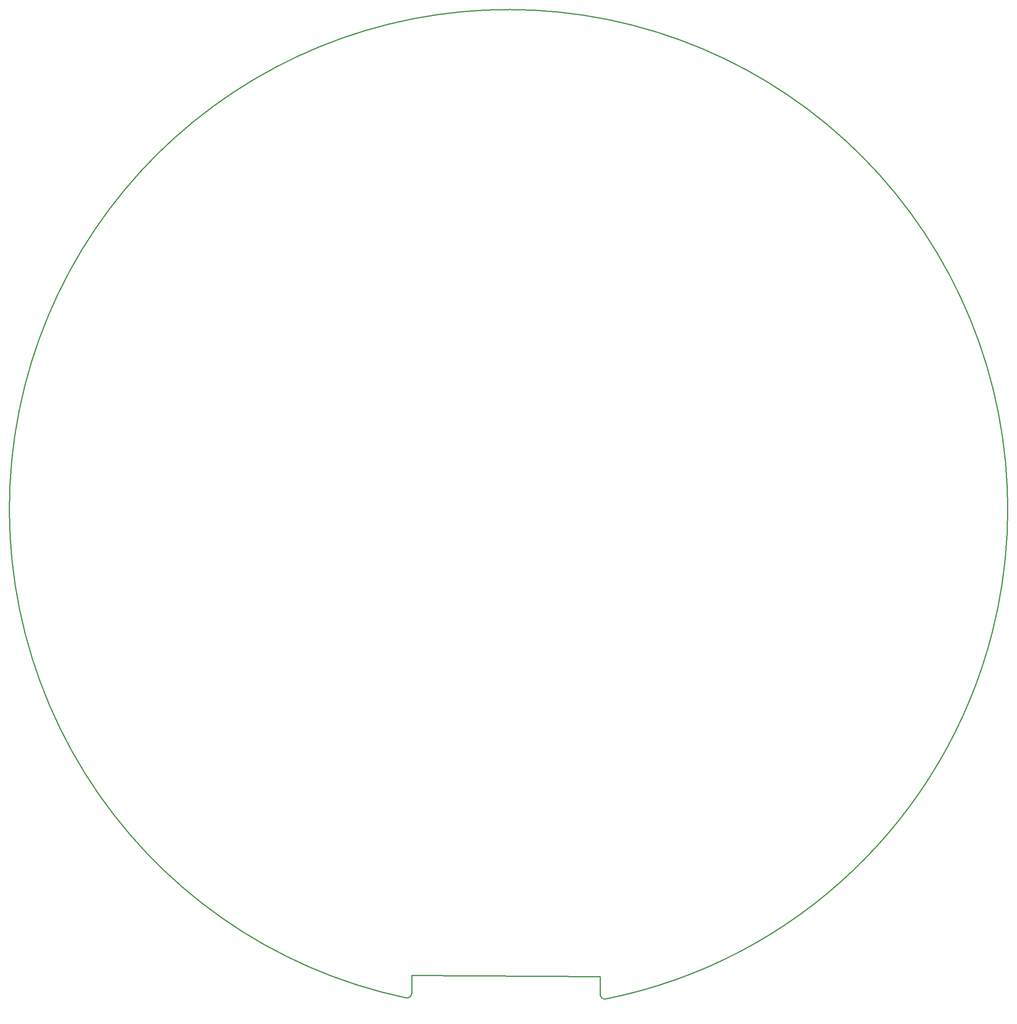
<source format=gm1>
G04*
G04 #@! TF.GenerationSoftware,Altium Limited,Altium Designer,19.1.5 (86)*
G04*
G04 Layer_Color=16711935*
%FSLAX25Y25*%
%MOIN*%
G70*
G01*
G75*
%ADD10C,0.01000*%
D10*
X821202Y306212D02*
G03*
X12929Y512091I-404136J102940D01*
G01*
D02*
G03*
X331374Y1010I404136J-102940D01*
G01*
X498304Y100D02*
G03*
X821202Y306212I-81239J409051D01*
G01*
X331374Y1010D02*
G03*
X336120Y4841I809J3853D01*
G01*
X493601Y3983D02*
G03*
X498304Y100I3937J-21D01*
G01*
X336120Y4841D02*
X336201Y19733D01*
X493601Y3983D02*
X493682Y18875D01*
X336201Y19733D02*
X493682Y18875D01*
M02*

</source>
